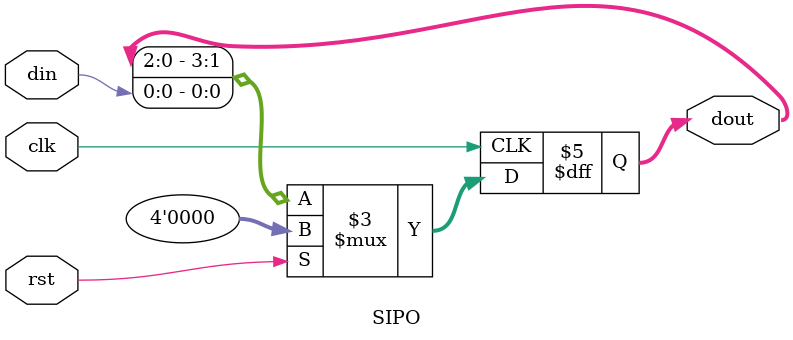
<source format=v>
`timescale 1ns / 1ps

module SIPO(
    input clk,rst,
    input din,
    output reg [3:0]dout
    );
    always @(posedge clk) begin
        if(rst)
            dout <= 4'b0;
        else
        begin
            dout <= {dout,din};
        end
    end   
endmodule

</source>
